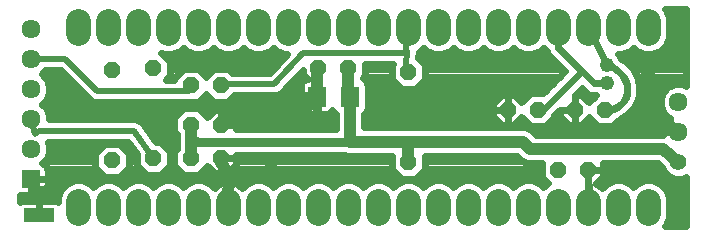
<source format=gbl>
G75*
%MOIN*%
%OFA0B0*%
%FSLAX25Y25*%
%IPPOS*%
%LPD*%
%AMOC8*
5,1,8,0,0,1.08239X$1,22.5*
%
%ADD10OC8,0.05600*%
%ADD11C,0.04762*%
%ADD12C,0.08268*%
%ADD13C,0.06337*%
%ADD14R,0.06337X0.06337*%
%ADD15C,0.05550*%
%ADD16R,0.06299X0.07087*%
%ADD17R,0.10000X0.05000*%
%ADD18C,0.03937*%
%ADD19C,0.03150*%
%ADD20C,0.02362*%
%ADD21R,0.05000X0.05000*%
%ADD22C,0.05000*%
%ADD23C,0.01969*%
D10*
X0090906Y0036556D03*
X0104656Y0037181D03*
X0117156Y0037181D03*
X0127156Y0037181D03*
X0127156Y0048431D03*
X0117156Y0048431D03*
X0117156Y0061556D03*
X0127156Y0061556D03*
X0104656Y0067181D03*
X0090906Y0066556D03*
X0159656Y0067181D03*
X0169656Y0067181D03*
X0189656Y0065931D03*
X0222781Y0053431D03*
X0232781Y0053431D03*
X0245281Y0053431D03*
X0255281Y0053431D03*
X0249656Y0033431D03*
X0239656Y0033431D03*
X0189656Y0035931D03*
D11*
X0255906Y0062181D03*
X0255906Y0068431D03*
D12*
X0259656Y0078864D02*
X0259656Y0082998D01*
X0249656Y0082998D02*
X0249656Y0078864D01*
X0239656Y0078864D02*
X0239656Y0082998D01*
X0229656Y0082998D02*
X0229656Y0078864D01*
X0219656Y0078864D02*
X0219656Y0082998D01*
X0209656Y0082998D02*
X0209656Y0078864D01*
X0199656Y0078864D02*
X0199656Y0082998D01*
X0189656Y0082998D02*
X0189656Y0078864D01*
X0179656Y0078864D02*
X0179656Y0082998D01*
X0169656Y0082998D02*
X0169656Y0078864D01*
X0159656Y0078864D02*
X0159656Y0082998D01*
X0149656Y0082998D02*
X0149656Y0078864D01*
X0139656Y0078864D02*
X0139656Y0082998D01*
X0129656Y0082998D02*
X0129656Y0078864D01*
X0119656Y0078864D02*
X0119656Y0082998D01*
X0109656Y0082998D02*
X0109656Y0078864D01*
X0099656Y0078864D02*
X0099656Y0082998D01*
X0089656Y0082998D02*
X0089656Y0078864D01*
X0079656Y0078864D02*
X0079656Y0082998D01*
X0079656Y0022998D02*
X0079656Y0018864D01*
X0089656Y0018864D02*
X0089656Y0022998D01*
X0099656Y0022998D02*
X0099656Y0018864D01*
X0109656Y0018864D02*
X0109656Y0022998D01*
X0119656Y0022998D02*
X0119656Y0018864D01*
X0129656Y0018864D02*
X0129656Y0022998D01*
X0139656Y0022998D02*
X0139656Y0018864D01*
X0149656Y0018864D02*
X0149656Y0022998D01*
X0159656Y0022998D02*
X0159656Y0018864D01*
X0169656Y0018864D02*
X0169656Y0022998D01*
X0179656Y0022998D02*
X0179656Y0018864D01*
X0189656Y0018864D02*
X0189656Y0022998D01*
X0199656Y0022998D02*
X0199656Y0018864D01*
X0209656Y0018864D02*
X0209656Y0022998D01*
X0219656Y0022998D02*
X0219656Y0018864D01*
X0229656Y0018864D02*
X0229656Y0022998D01*
X0239656Y0022998D02*
X0239656Y0018864D01*
X0249656Y0018864D02*
X0249656Y0022998D01*
X0259656Y0022998D02*
X0259656Y0018864D01*
X0269656Y0018864D02*
X0269656Y0022998D01*
X0269656Y0078864D02*
X0269656Y0082998D01*
D13*
X0279656Y0055931D03*
X0279656Y0045931D03*
X0064031Y0050306D03*
X0064031Y0060306D03*
X0064031Y0070306D03*
X0064031Y0080306D03*
X0064031Y0040306D03*
D14*
X0064031Y0030306D03*
D15*
X0279656Y0035931D03*
D16*
X0170168Y0057806D03*
X0159145Y0057806D03*
D17*
X0066531Y0018431D03*
D18*
X0065086Y0025967D02*
X0064031Y0030306D01*
X0065086Y0025967D02*
X0068950Y0025967D01*
X0074487Y0031504D01*
X0117156Y0037181D02*
X0117156Y0043431D01*
X0118406Y0042806D01*
X0117156Y0043431D02*
X0117156Y0048431D01*
X0127378Y0048652D02*
X0129656Y0050931D01*
X0152270Y0050931D01*
X0159145Y0057806D01*
X0159216Y0058497D01*
X0159216Y0066803D01*
X0159656Y0067181D01*
X0169656Y0067181D02*
X0169656Y0058318D01*
X0170168Y0057806D01*
X0170168Y0044169D01*
X0170281Y0042806D01*
X0189656Y0042806D01*
X0189656Y0035931D01*
X0189656Y0042806D02*
X0227781Y0042806D01*
X0230281Y0040306D01*
X0274656Y0040306D01*
X0279656Y0035931D01*
X0279656Y0045931D02*
X0274645Y0049789D01*
X0129899Y0031504D02*
X0129454Y0023199D01*
X0129454Y0021122D01*
X0129656Y0020931D01*
X0129899Y0031504D02*
X0126686Y0037041D01*
X0127156Y0037181D01*
X0127378Y0048115D02*
X0127378Y0048652D01*
D19*
X0118406Y0042806D02*
X0170281Y0042806D01*
D20*
X0060331Y0025022D02*
X0060331Y0022757D01*
X0060690Y0022964D01*
X0061244Y0023112D01*
X0066463Y0023112D01*
X0066463Y0018500D01*
X0066600Y0018500D01*
X0066600Y0023112D01*
X0071819Y0023112D01*
X0072373Y0022964D01*
X0072767Y0022736D01*
X0072767Y0024368D01*
X0073816Y0026901D01*
X0075754Y0028839D01*
X0078286Y0029888D01*
X0081027Y0029888D01*
X0083559Y0028839D01*
X0084656Y0027742D01*
X0085754Y0028839D01*
X0088286Y0029888D01*
X0091027Y0029888D01*
X0093559Y0028839D01*
X0094656Y0027742D01*
X0095754Y0028839D01*
X0098286Y0029888D01*
X0101027Y0029888D01*
X0103559Y0028839D01*
X0104656Y0027742D01*
X0105754Y0028839D01*
X0108286Y0029888D01*
X0111027Y0029888D01*
X0113559Y0028839D01*
X0114656Y0027742D01*
X0115754Y0028839D01*
X0118286Y0029888D01*
X0121027Y0029888D01*
X0123559Y0028839D01*
X0125063Y0027335D01*
X0125543Y0027815D01*
X0126347Y0028399D01*
X0127232Y0028850D01*
X0128178Y0029157D01*
X0129159Y0029313D01*
X0129460Y0029313D01*
X0129460Y0021128D01*
X0129853Y0021128D01*
X0129853Y0029313D01*
X0130153Y0029313D01*
X0131135Y0029157D01*
X0132081Y0028850D01*
X0132966Y0028399D01*
X0133770Y0027815D01*
X0134250Y0027335D01*
X0135754Y0028839D01*
X0138286Y0029888D01*
X0141027Y0029888D01*
X0143559Y0028839D01*
X0144656Y0027742D01*
X0145754Y0028839D01*
X0148286Y0029888D01*
X0151027Y0029888D01*
X0153559Y0028839D01*
X0154656Y0027742D01*
X0155754Y0028839D01*
X0158286Y0029888D01*
X0161027Y0029888D01*
X0163559Y0028839D01*
X0164656Y0027742D01*
X0165754Y0028839D01*
X0168286Y0029888D01*
X0171027Y0029888D01*
X0173559Y0028839D01*
X0174656Y0027742D01*
X0175754Y0028839D01*
X0178286Y0029888D01*
X0181027Y0029888D01*
X0183559Y0028839D01*
X0184656Y0027742D01*
X0185754Y0028839D01*
X0188286Y0029888D01*
X0191027Y0029888D01*
X0193559Y0028839D01*
X0194656Y0027742D01*
X0195754Y0028839D01*
X0198286Y0029888D01*
X0201027Y0029888D01*
X0203559Y0028839D01*
X0204656Y0027742D01*
X0205754Y0028839D01*
X0208286Y0029888D01*
X0211027Y0029888D01*
X0213559Y0028839D01*
X0214656Y0027742D01*
X0215754Y0028839D01*
X0218286Y0029888D01*
X0221027Y0029888D01*
X0223559Y0028839D01*
X0224656Y0027742D01*
X0225754Y0028839D01*
X0228286Y0029888D01*
X0231027Y0029888D01*
X0233559Y0028839D01*
X0234656Y0027742D01*
X0235754Y0028839D01*
X0236205Y0029026D01*
X0234101Y0031130D01*
X0234101Y0035582D01*
X0229342Y0035582D01*
X0227605Y0036301D01*
X0226276Y0037630D01*
X0225825Y0038082D01*
X0195212Y0038082D01*
X0195212Y0033630D01*
X0191958Y0030375D01*
X0187355Y0030375D01*
X0184101Y0033630D01*
X0184101Y0038082D01*
X0170477Y0038082D01*
X0169736Y0038020D01*
X0169544Y0038082D01*
X0169342Y0038082D01*
X0168654Y0038366D01*
X0168314Y0038475D01*
X0132138Y0038475D01*
X0132138Y0037181D01*
X0127157Y0037181D01*
X0127157Y0037181D01*
X0132138Y0037181D01*
X0132138Y0035118D01*
X0129220Y0032200D01*
X0127157Y0032200D01*
X0127157Y0037181D01*
X0127156Y0037181D01*
X0127156Y0032200D01*
X0125093Y0032200D01*
X0122563Y0034730D01*
X0119458Y0031625D01*
X0114855Y0031625D01*
X0111601Y0034880D01*
X0111601Y0039482D01*
X0112432Y0040314D01*
X0112432Y0042664D01*
X0112377Y0042829D01*
X0112432Y0043599D01*
X0112432Y0045298D01*
X0111601Y0046130D01*
X0111601Y0050732D01*
X0114855Y0053987D01*
X0119458Y0053987D01*
X0122563Y0050882D01*
X0125093Y0053412D01*
X0127156Y0053412D01*
X0127156Y0048431D01*
X0127157Y0048431D01*
X0127157Y0048431D01*
X0132138Y0048431D01*
X0132138Y0047137D01*
X0165444Y0047137D01*
X0165444Y0051940D01*
X0164682Y0052702D01*
X0164349Y0053506D01*
X0164327Y0053421D01*
X0164040Y0052924D01*
X0163634Y0052517D01*
X0163136Y0052230D01*
X0162581Y0052082D01*
X0159538Y0052082D01*
X0159538Y0057412D01*
X0158751Y0057412D01*
X0158751Y0052082D01*
X0155708Y0052082D01*
X0155153Y0052230D01*
X0154656Y0052517D01*
X0154250Y0052924D01*
X0153963Y0053421D01*
X0153814Y0053976D01*
X0153814Y0057412D01*
X0158751Y0057412D01*
X0158751Y0058200D01*
X0158751Y0062200D01*
X0159538Y0062200D01*
X0159538Y0058200D01*
X0158751Y0058200D01*
X0153814Y0058200D01*
X0153814Y0061637D01*
X0153963Y0062191D01*
X0154250Y0062689D01*
X0154656Y0063095D01*
X0155153Y0063382D01*
X0155708Y0063530D01*
X0156263Y0063530D01*
X0154675Y0065118D01*
X0154675Y0066777D01*
X0148210Y0059895D01*
X0148187Y0059839D01*
X0147703Y0059355D01*
X0147233Y0058855D01*
X0147178Y0058830D01*
X0147135Y0058787D01*
X0146502Y0058525D01*
X0145877Y0058243D01*
X0145816Y0058241D01*
X0145760Y0058218D01*
X0145075Y0058218D01*
X0144390Y0058196D01*
X0144333Y0058218D01*
X0131675Y0058218D01*
X0129458Y0056000D01*
X0124855Y0056000D01*
X0122156Y0058699D01*
X0119458Y0056000D01*
X0117498Y0056000D01*
X0117402Y0055993D01*
X0117275Y0055941D01*
X0116664Y0055941D01*
X0116055Y0055898D01*
X0115925Y0055941D01*
X0085163Y0055941D01*
X0083788Y0056510D01*
X0082736Y0057562D01*
X0082736Y0057562D01*
X0073732Y0066566D01*
X0068670Y0066566D01*
X0067410Y0065306D01*
X0069054Y0063662D01*
X0069956Y0061485D01*
X0069956Y0059128D01*
X0069054Y0056950D01*
X0067410Y0055306D01*
X0069054Y0053662D01*
X0069956Y0051485D01*
X0069956Y0050224D01*
X0097898Y0050224D01*
X0098244Y0050297D01*
X0098635Y0050224D01*
X0099032Y0050224D01*
X0099359Y0050088D01*
X0099707Y0050023D01*
X0100039Y0049806D01*
X0100406Y0049654D01*
X0100657Y0049404D01*
X0100953Y0049210D01*
X0101178Y0048883D01*
X0101458Y0048602D01*
X0101594Y0048275D01*
X0105385Y0042737D01*
X0106958Y0042737D01*
X0110212Y0039482D01*
X0110212Y0034880D01*
X0106958Y0031625D01*
X0102355Y0031625D01*
X0099101Y0034880D01*
X0099101Y0038675D01*
X0096316Y0042743D01*
X0069434Y0042743D01*
X0069956Y0041485D01*
X0069956Y0039128D01*
X0069054Y0036950D01*
X0067702Y0035598D01*
X0068042Y0035507D01*
X0068539Y0035220D01*
X0068945Y0034814D01*
X0069232Y0034316D01*
X0069381Y0033762D01*
X0069381Y0030306D01*
X0064032Y0030306D01*
X0064032Y0030306D01*
X0069381Y0030306D01*
X0069381Y0026850D01*
X0069232Y0026296D01*
X0068945Y0025798D01*
X0068539Y0025392D01*
X0068042Y0025105D01*
X0067487Y0024956D01*
X0064032Y0024956D01*
X0064032Y0030306D01*
X0064031Y0030306D01*
X0064031Y0024956D01*
X0060576Y0024956D01*
X0060331Y0025022D01*
X0060331Y0024378D02*
X0072771Y0024378D01*
X0066600Y0022017D02*
X0066463Y0022017D01*
X0066463Y0019656D02*
X0066600Y0019656D01*
X0064031Y0026738D02*
X0064032Y0026738D01*
X0064031Y0029099D02*
X0064032Y0029099D01*
X0069381Y0029099D02*
X0076382Y0029099D01*
X0073748Y0026738D02*
X0069351Y0026738D01*
X0069381Y0031460D02*
X0088146Y0031460D01*
X0088605Y0031000D02*
X0093208Y0031000D01*
X0096462Y0034255D01*
X0096462Y0038857D01*
X0093208Y0042112D01*
X0088605Y0042112D01*
X0085351Y0038857D01*
X0085351Y0034255D01*
X0088605Y0031000D01*
X0093667Y0031460D02*
X0186271Y0031460D01*
X0186382Y0029099D02*
X0182931Y0029099D01*
X0176382Y0029099D02*
X0172931Y0029099D01*
X0166382Y0029099D02*
X0162931Y0029099D01*
X0156382Y0029099D02*
X0152931Y0029099D01*
X0146382Y0029099D02*
X0142931Y0029099D01*
X0136382Y0029099D02*
X0131315Y0029099D01*
X0129853Y0029099D02*
X0129460Y0029099D01*
X0127998Y0029099D02*
X0122931Y0029099D01*
X0116382Y0029099D02*
X0112931Y0029099D01*
X0106382Y0029099D02*
X0102931Y0029099D01*
X0096382Y0029099D02*
X0092931Y0029099D01*
X0086382Y0029099D02*
X0082931Y0029099D01*
X0085785Y0033821D02*
X0069365Y0033821D01*
X0068285Y0036181D02*
X0085351Y0036181D01*
X0085351Y0038542D02*
X0069713Y0038542D01*
X0069956Y0040903D02*
X0087396Y0040903D01*
X0094417Y0040903D02*
X0097576Y0040903D01*
X0096462Y0038542D02*
X0099101Y0038542D01*
X0099101Y0036181D02*
X0096462Y0036181D01*
X0096028Y0033821D02*
X0100160Y0033821D01*
X0109153Y0033821D02*
X0112660Y0033821D01*
X0111601Y0036181D02*
X0110212Y0036181D01*
X0110212Y0038542D02*
X0111601Y0038542D01*
X0112432Y0040903D02*
X0108792Y0040903D01*
X0112408Y0043263D02*
X0105025Y0043263D01*
X0103409Y0045624D02*
X0112106Y0045624D01*
X0111601Y0047985D02*
X0101792Y0047985D01*
X0111601Y0050346D02*
X0069956Y0050346D01*
X0069450Y0052706D02*
X0113574Y0052706D01*
X0120739Y0052706D02*
X0124387Y0052706D01*
X0127156Y0052706D02*
X0127157Y0052706D01*
X0127157Y0053412D02*
X0127157Y0048431D01*
X0132138Y0048431D01*
X0132138Y0050494D01*
X0129220Y0053412D01*
X0127157Y0053412D01*
X0129926Y0052706D02*
X0154467Y0052706D01*
X0153814Y0055067D02*
X0067649Y0055067D01*
X0069252Y0057428D02*
X0082871Y0057428D01*
X0080510Y0059788D02*
X0069956Y0059788D01*
X0069681Y0062149D02*
X0078149Y0062149D01*
X0075788Y0064510D02*
X0068206Y0064510D01*
X0107320Y0072374D02*
X0108286Y0071974D01*
X0111027Y0071974D01*
X0113559Y0073023D01*
X0114656Y0074121D01*
X0115754Y0073023D01*
X0118286Y0071974D01*
X0121027Y0071974D01*
X0123559Y0073023D01*
X0124656Y0074121D01*
X0125754Y0073023D01*
X0128286Y0071974D01*
X0131027Y0071974D01*
X0133559Y0073023D01*
X0134656Y0074121D01*
X0135754Y0073023D01*
X0138286Y0071974D01*
X0141027Y0071974D01*
X0143559Y0073023D01*
X0144656Y0074121D01*
X0145754Y0073023D01*
X0148286Y0071974D01*
X0149295Y0071974D01*
X0143398Y0065698D01*
X0130872Y0065698D01*
X0129458Y0067112D01*
X0124855Y0067112D01*
X0122156Y0064413D01*
X0119458Y0067112D01*
X0114855Y0067112D01*
X0111601Y0063857D01*
X0111601Y0063421D01*
X0108754Y0063421D01*
X0110212Y0064880D01*
X0110212Y0069482D01*
X0107320Y0072374D01*
X0108103Y0071592D02*
X0148935Y0071592D01*
X0146718Y0069231D02*
X0110212Y0069231D01*
X0110212Y0066871D02*
X0114614Y0066871D01*
X0119699Y0066871D02*
X0124614Y0066871D01*
X0129699Y0066871D02*
X0144500Y0066871D01*
X0152545Y0064510D02*
X0155283Y0064510D01*
X0153951Y0062149D02*
X0150328Y0062149D01*
X0148136Y0059788D02*
X0153814Y0059788D01*
X0158751Y0059788D02*
X0159538Y0059788D01*
X0159538Y0062149D02*
X0158751Y0062149D01*
X0158751Y0057428D02*
X0130885Y0057428D01*
X0123428Y0057428D02*
X0120885Y0057428D01*
X0122060Y0064510D02*
X0122253Y0064510D01*
X0112253Y0064510D02*
X0109842Y0064510D01*
X0114489Y0073953D02*
X0114824Y0073953D01*
X0124489Y0073953D02*
X0124824Y0073953D01*
X0134489Y0073953D02*
X0134824Y0073953D01*
X0144489Y0073953D02*
X0144824Y0073953D01*
X0175212Y0068532D02*
X0175212Y0064880D01*
X0174381Y0064048D01*
X0174381Y0063892D01*
X0174879Y0063686D01*
X0175654Y0062910D01*
X0176074Y0061898D01*
X0176074Y0053715D01*
X0175654Y0052702D01*
X0174893Y0051940D01*
X0174893Y0047530D01*
X0228721Y0047530D01*
X0230458Y0046811D01*
X0231787Y0045482D01*
X0232238Y0045030D01*
X0274383Y0045030D01*
X0274307Y0045510D01*
X0274307Y0045931D01*
X0279656Y0045931D01*
X0279656Y0045931D01*
X0274307Y0045931D01*
X0274307Y0046352D01*
X0274439Y0047184D01*
X0274699Y0047985D01*
X0257692Y0047985D01*
X0257583Y0047875D02*
X0259878Y0050171D01*
X0260083Y0050222D01*
X0260083Y0050222D01*
X0263011Y0052070D01*
X0265215Y0054739D01*
X0266477Y0057962D01*
X0266669Y0061418D01*
X0265774Y0064762D01*
X0264827Y0066210D01*
X0264398Y0066866D01*
X0263924Y0067592D01*
X0261557Y0069893D01*
X0260624Y0070466D01*
X0260261Y0071341D01*
X0259628Y0071974D01*
X0261027Y0071974D01*
X0263559Y0073023D01*
X0264656Y0074121D01*
X0265754Y0073023D01*
X0268286Y0071974D01*
X0271027Y0071974D01*
X0273559Y0073023D01*
X0275497Y0074961D01*
X0276546Y0077494D01*
X0276546Y0084368D01*
X0275497Y0086901D01*
X0275267Y0087131D01*
X0282107Y0087131D01*
X0282107Y0061329D01*
X0280835Y0061855D01*
X0278478Y0061855D01*
X0276301Y0060954D01*
X0274634Y0059287D01*
X0273732Y0057110D01*
X0273732Y0054753D01*
X0274634Y0052575D01*
X0276301Y0050909D01*
X0277040Y0050602D01*
X0276853Y0050506D01*
X0276171Y0050012D01*
X0275576Y0049416D01*
X0275081Y0048735D01*
X0274699Y0047985D01*
X0276631Y0050346D02*
X0260279Y0050346D01*
X0263011Y0052070D02*
X0263011Y0052070D01*
X0263536Y0052706D02*
X0274580Y0052706D01*
X0273732Y0055067D02*
X0265344Y0055067D01*
X0265215Y0054739D02*
X0265215Y0054739D01*
X0266267Y0057428D02*
X0273864Y0057428D01*
X0275135Y0059788D02*
X0266578Y0059788D01*
X0266669Y0061418D02*
X0266669Y0061418D01*
X0266473Y0062149D02*
X0282107Y0062149D01*
X0282107Y0064510D02*
X0265841Y0064510D01*
X0265774Y0064762D02*
X0265774Y0064762D01*
X0264398Y0066866D02*
X0264398Y0066866D01*
X0264395Y0066871D02*
X0282107Y0066871D01*
X0282107Y0069231D02*
X0262237Y0069231D01*
X0261557Y0069893D02*
X0261557Y0069893D01*
X0260010Y0071592D02*
X0282107Y0071592D01*
X0282107Y0073953D02*
X0274489Y0073953D01*
X0276057Y0076313D02*
X0282107Y0076313D01*
X0282107Y0078674D02*
X0276546Y0078674D01*
X0276546Y0081035D02*
X0282107Y0081035D01*
X0282107Y0083396D02*
X0276546Y0083396D01*
X0275971Y0085756D02*
X0282107Y0085756D01*
X0264824Y0073953D02*
X0264489Y0073953D01*
X0255906Y0068431D02*
X0249656Y0080931D01*
X0239656Y0080931D02*
X0239656Y0074056D01*
X0247469Y0066244D01*
X0234656Y0053431D01*
X0232781Y0053431D01*
X0238337Y0051544D02*
X0240300Y0053507D01*
X0240300Y0053431D01*
X0240300Y0051368D01*
X0243218Y0048450D01*
X0245281Y0048450D01*
X0245281Y0053431D01*
X0240300Y0053431D01*
X0245281Y0053431D01*
X0245281Y0053431D01*
X0245282Y0053431D01*
X0245282Y0048450D01*
X0247345Y0048450D01*
X0249875Y0050980D01*
X0252980Y0047875D01*
X0257583Y0047875D01*
X0252871Y0047985D02*
X0235192Y0047985D01*
X0235083Y0047875D02*
X0238337Y0051130D01*
X0238337Y0051544D01*
X0237553Y0050346D02*
X0241323Y0050346D01*
X0245281Y0050346D02*
X0245282Y0050346D01*
X0245281Y0052706D02*
X0245282Y0052706D01*
X0245281Y0053431D02*
X0245281Y0058412D01*
X0245205Y0058412D01*
X0247469Y0060676D01*
X0248194Y0059951D01*
X0249301Y0058843D01*
X0250748Y0058244D01*
X0252237Y0058244D01*
X0249875Y0055882D01*
X0247345Y0058412D01*
X0245282Y0058412D01*
X0245282Y0053431D01*
X0245281Y0053431D01*
X0245281Y0055067D02*
X0245282Y0055067D01*
X0240300Y0052706D02*
X0239499Y0052706D01*
X0235083Y0047875D02*
X0230480Y0047875D01*
X0227375Y0050980D01*
X0224845Y0048450D01*
X0222782Y0048450D01*
X0222782Y0053431D01*
X0222781Y0053431D01*
X0217800Y0053431D01*
X0217800Y0051368D01*
X0220718Y0048450D01*
X0222781Y0048450D01*
X0222781Y0053431D01*
X0222781Y0053431D01*
X0217800Y0053431D01*
X0217800Y0055494D01*
X0220718Y0058412D01*
X0222781Y0058412D01*
X0222781Y0053431D01*
X0222782Y0053431D01*
X0222782Y0058412D01*
X0224845Y0058412D01*
X0227375Y0055882D01*
X0230480Y0058987D01*
X0234645Y0058987D01*
X0241901Y0066244D01*
X0236319Y0071826D01*
X0235837Y0072989D01*
X0235754Y0073023D01*
X0234656Y0074121D01*
X0233559Y0073023D01*
X0231027Y0071974D01*
X0228286Y0071974D01*
X0225754Y0073023D01*
X0224656Y0074121D01*
X0223559Y0073023D01*
X0221027Y0071974D01*
X0218286Y0071974D01*
X0215754Y0073023D01*
X0214656Y0074121D01*
X0213559Y0073023D01*
X0211027Y0071974D01*
X0208286Y0071974D01*
X0205754Y0073023D01*
X0204656Y0074121D01*
X0203559Y0073023D01*
X0201027Y0071974D01*
X0198286Y0071974D01*
X0195754Y0073023D01*
X0194656Y0074121D01*
X0193559Y0073023D01*
X0193074Y0072822D01*
X0193074Y0072815D01*
X0193131Y0072622D01*
X0193106Y0072386D01*
X0193145Y0072152D01*
X0193074Y0071845D01*
X0193074Y0071529D01*
X0192996Y0071342D01*
X0192911Y0070533D01*
X0195212Y0068232D01*
X0195212Y0063630D01*
X0191958Y0060375D01*
X0187355Y0060375D01*
X0184101Y0063630D01*
X0184101Y0068232D01*
X0184401Y0068532D01*
X0175212Y0068532D01*
X0175212Y0066871D02*
X0184101Y0066871D01*
X0184101Y0064510D02*
X0174842Y0064510D01*
X0175970Y0062149D02*
X0185581Y0062149D01*
X0193732Y0062149D02*
X0237807Y0062149D01*
X0240167Y0064510D02*
X0195212Y0064510D01*
X0195212Y0066871D02*
X0241274Y0066871D01*
X0238914Y0069231D02*
X0194214Y0069231D01*
X0193074Y0071592D02*
X0236553Y0071592D01*
X0234824Y0073953D02*
X0234489Y0073953D01*
X0224824Y0073953D02*
X0224489Y0073953D01*
X0214824Y0073953D02*
X0214489Y0073953D01*
X0204824Y0073953D02*
X0204489Y0073953D01*
X0194824Y0073953D02*
X0194489Y0073953D01*
X0176074Y0059788D02*
X0235446Y0059788D01*
X0228921Y0057428D02*
X0225829Y0057428D01*
X0222782Y0057428D02*
X0222781Y0057428D01*
X0219734Y0057428D02*
X0176074Y0057428D01*
X0176074Y0055067D02*
X0217800Y0055067D01*
X0217800Y0052706D02*
X0175656Y0052706D01*
X0174893Y0050346D02*
X0218823Y0050346D01*
X0222781Y0050346D02*
X0222782Y0050346D01*
X0226740Y0050346D02*
X0228010Y0050346D01*
X0230371Y0047985D02*
X0174893Y0047985D01*
X0165444Y0047985D02*
X0132138Y0047985D01*
X0132138Y0050346D02*
X0165444Y0050346D01*
X0164680Y0052706D02*
X0163822Y0052706D01*
X0159538Y0052706D02*
X0158751Y0052706D01*
X0158751Y0055067D02*
X0159538Y0055067D01*
X0127157Y0050346D02*
X0127156Y0050346D01*
X0127156Y0036181D02*
X0127157Y0036181D01*
X0132138Y0036181D02*
X0184101Y0036181D01*
X0184101Y0033821D02*
X0130840Y0033821D01*
X0127157Y0033821D02*
X0127156Y0033821D01*
X0123473Y0033821D02*
X0121653Y0033821D01*
X0129460Y0026738D02*
X0129853Y0026738D01*
X0129853Y0024378D02*
X0129460Y0024378D01*
X0129460Y0022017D02*
X0129853Y0022017D01*
X0129460Y0021128D02*
X0126546Y0021128D01*
X0126546Y0020734D01*
X0129460Y0020734D01*
X0129460Y0021128D01*
X0192931Y0029099D02*
X0196382Y0029099D01*
X0193042Y0031460D02*
X0234101Y0031460D01*
X0234101Y0033821D02*
X0195212Y0033821D01*
X0195212Y0036181D02*
X0227894Y0036181D01*
X0226382Y0029099D02*
X0222931Y0029099D01*
X0216382Y0029099D02*
X0212931Y0029099D01*
X0206382Y0029099D02*
X0202931Y0029099D01*
X0232931Y0029099D02*
X0236131Y0029099D01*
X0249460Y0028450D02*
X0249460Y0021128D01*
X0249853Y0021128D01*
X0249853Y0028450D01*
X0249657Y0028450D01*
X0249657Y0033431D01*
X0249657Y0033431D01*
X0254638Y0033431D01*
X0254638Y0031368D01*
X0252107Y0028837D01*
X0252966Y0028399D01*
X0253770Y0027815D01*
X0254250Y0027335D01*
X0255754Y0028839D01*
X0258286Y0029888D01*
X0261027Y0029888D01*
X0263559Y0028839D01*
X0264656Y0027742D01*
X0265754Y0028839D01*
X0268286Y0029888D01*
X0271027Y0029888D01*
X0273559Y0028839D01*
X0275497Y0026901D01*
X0276546Y0024368D01*
X0276546Y0017494D01*
X0275497Y0014961D01*
X0275267Y0014731D01*
X0282107Y0014731D01*
X0282107Y0030960D01*
X0280757Y0030400D01*
X0278556Y0030400D01*
X0276524Y0031242D01*
X0274968Y0032798D01*
X0274345Y0034301D01*
X0272881Y0035582D01*
X0254550Y0035582D01*
X0254638Y0035494D01*
X0254638Y0033431D01*
X0249657Y0033431D01*
X0249656Y0033431D01*
X0249656Y0028450D01*
X0249460Y0028450D01*
X0249656Y0029099D02*
X0249657Y0029099D01*
X0252369Y0029099D02*
X0256382Y0029099D01*
X0254638Y0031460D02*
X0276306Y0031460D01*
X0274544Y0033821D02*
X0254638Y0033821D01*
X0249657Y0031460D02*
X0249656Y0031460D01*
X0249460Y0026738D02*
X0249853Y0026738D01*
X0249853Y0024378D02*
X0249460Y0024378D01*
X0249460Y0022017D02*
X0249853Y0022017D01*
X0262931Y0029099D02*
X0266382Y0029099D01*
X0272931Y0029099D02*
X0282107Y0029099D01*
X0282107Y0026738D02*
X0275565Y0026738D01*
X0276542Y0024378D02*
X0282107Y0024378D01*
X0282107Y0022017D02*
X0276546Y0022017D01*
X0276546Y0019656D02*
X0282107Y0019656D01*
X0282107Y0017295D02*
X0276464Y0017295D01*
X0275471Y0014935D02*
X0282107Y0014935D01*
X0274307Y0045624D02*
X0231645Y0045624D01*
X0249240Y0050346D02*
X0250510Y0050346D01*
X0251421Y0057428D02*
X0248329Y0057428D01*
X0245282Y0057428D02*
X0245281Y0057428D01*
X0246582Y0059788D02*
X0248356Y0059788D01*
X0251531Y0062181D02*
X0255906Y0062181D01*
X0261532Y0064056D02*
X0261622Y0063914D01*
X0261709Y0063771D01*
X0261792Y0063625D01*
X0261871Y0063477D01*
X0261947Y0063327D01*
X0262019Y0063176D01*
X0262088Y0063022D01*
X0262153Y0062867D01*
X0262214Y0062711D01*
X0262271Y0062553D01*
X0262324Y0062394D01*
X0262373Y0062233D01*
X0262419Y0062071D01*
X0262460Y0061909D01*
X0262498Y0061745D01*
X0262531Y0061580D01*
X0262561Y0061415D01*
X0262586Y0061249D01*
X0262607Y0061083D01*
X0262625Y0060916D01*
X0262638Y0060748D01*
X0262647Y0060580D01*
X0262652Y0060413D01*
X0262653Y0060245D01*
X0262650Y0060077D01*
X0262642Y0059909D01*
X0262631Y0059742D01*
X0262615Y0059574D01*
X0262596Y0059408D01*
X0262572Y0059241D01*
X0262545Y0059076D01*
X0262513Y0058911D01*
X0262477Y0058747D01*
X0262437Y0058584D01*
X0262394Y0058421D01*
X0262346Y0058260D01*
X0262295Y0058101D01*
X0262239Y0057942D01*
X0262180Y0057785D01*
X0262117Y0057629D01*
X0262050Y0057475D01*
X0261979Y0057323D01*
X0261905Y0057172D01*
X0261827Y0057024D01*
X0261745Y0056877D01*
X0261660Y0056732D01*
X0261572Y0056589D01*
X0261479Y0056449D01*
X0261384Y0056311D01*
X0261285Y0056175D01*
X0261183Y0056042D01*
X0261078Y0055911D01*
X0260969Y0055783D01*
X0260858Y0055658D01*
X0260743Y0055535D01*
X0260625Y0055415D01*
X0260505Y0055298D01*
X0260381Y0055184D01*
X0260255Y0055073D01*
X0260127Y0054965D01*
X0259995Y0054861D01*
X0259862Y0054759D01*
X0259725Y0054661D01*
X0259587Y0054566D01*
X0259446Y0054475D01*
X0259303Y0054387D01*
X0259157Y0054303D01*
X0259010Y0054222D01*
X0258861Y0054145D01*
X0258710Y0054071D01*
X0258557Y0054001D01*
X0258403Y0053935D01*
X0258247Y0053873D01*
X0258090Y0053814D01*
X0257931Y0053760D01*
X0257771Y0053709D01*
X0257610Y0053662D01*
X0257447Y0053620D01*
X0257284Y0053581D01*
X0257120Y0053546D01*
X0256954Y0053515D01*
X0256789Y0053488D01*
X0256622Y0053466D01*
X0256455Y0053447D01*
X0256288Y0053432D01*
X0256121Y0053422D01*
X0255953Y0053415D01*
X0255785Y0053413D01*
X0255617Y0053415D01*
X0255449Y0053421D01*
X0255281Y0053431D01*
X0261532Y0064056D02*
X0261382Y0064279D01*
X0261227Y0064498D01*
X0261066Y0064714D01*
X0260900Y0064926D01*
X0260729Y0065133D01*
X0260553Y0065336D01*
X0260372Y0065535D01*
X0260187Y0065729D01*
X0259996Y0065919D01*
X0259801Y0066104D01*
X0259602Y0066284D01*
X0259398Y0066459D01*
X0259190Y0066630D01*
X0258978Y0066795D01*
X0258761Y0066954D01*
X0258541Y0067109D01*
X0258318Y0067258D01*
X0258090Y0067401D01*
X0257860Y0067539D01*
X0257626Y0067671D01*
X0257388Y0067798D01*
X0257148Y0067918D01*
X0256905Y0068033D01*
X0256659Y0068142D01*
X0256411Y0068244D01*
X0256160Y0068341D01*
X0255906Y0068431D01*
X0251531Y0062181D02*
X0247469Y0066244D01*
X0263924Y0067592D02*
X0263924Y0067592D01*
X0266477Y0057962D02*
X0266477Y0057962D01*
X0222782Y0055067D02*
X0222781Y0055067D01*
X0222781Y0052706D02*
X0222782Y0052706D01*
D21*
X0204656Y0054056D03*
X0143406Y0054056D03*
X0079031Y0053431D03*
X0269031Y0032806D03*
X0269656Y0067806D03*
D22*
X0204656Y0069056D03*
X0179656Y0050931D03*
X0144031Y0033431D03*
X0214656Y0030306D03*
X0140281Y0069056D03*
D23*
X0145017Y0061958D02*
X0154706Y0072273D01*
X0189333Y0072273D01*
X0188977Y0074416D01*
X0188977Y0080645D01*
X0189656Y0080931D01*
X0189333Y0072273D02*
X0188977Y0068879D01*
X0189656Y0065931D01*
X0145017Y0061958D02*
X0127378Y0061958D01*
X0127156Y0061556D01*
X0117156Y0061556D02*
X0116531Y0059681D01*
X0085906Y0059681D01*
X0075281Y0070306D01*
X0064031Y0070306D01*
X0064031Y0050306D02*
X0065086Y0045347D01*
X0066450Y0046483D01*
X0098288Y0046483D01*
X0104656Y0037181D01*
X0239234Y0033849D02*
X0239502Y0033581D01*
X0239656Y0033431D01*
M02*

</source>
